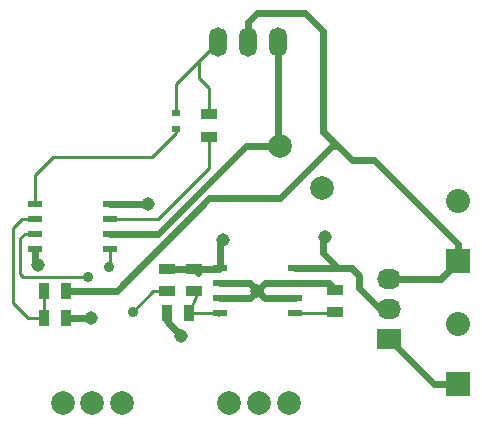
<source format=gtl>
G04 #@! TF.FileFunction,Copper,L1,Top,Signal*
%FSLAX46Y46*%
G04 Gerber Fmt 4.6, Leading zero omitted, Abs format (unit mm)*
G04 Created by KiCad (PCBNEW 0.201503020946+5465~21~ubuntu14.04.1-product) date Wed 04 Mar 2015 21:34:39 CET*
%MOMM*%
G01*
G04 APERTURE LIST*
%ADD10C,0.100000*%
%ADD11R,0.700000X0.600000*%
%ADD12O,1.501140X2.499360*%
%ADD13R,1.397000X0.889000*%
%ADD14R,0.889000X1.397000*%
%ADD15R,1.143000X0.508000*%
%ADD16R,2.032000X2.032000*%
%ADD17O,2.032000X2.032000*%
%ADD18R,2.032000X1.727200*%
%ADD19O,2.032000X1.727200*%
%ADD20C,1.998980*%
%ADD21C,2.000000*%
%ADD22C,1.143000*%
%ADD23C,0.889000*%
%ADD24C,0.609600*%
%ADD25C,0.254000*%
G04 APERTURE END LIST*
D10*
D11*
X110744000Y-64451000D03*
X110744000Y-65851000D03*
D12*
X116840000Y-58420000D03*
X114300000Y-58420000D03*
X119380000Y-58420000D03*
D13*
X113538000Y-64579500D03*
X113538000Y-66484500D03*
X109982000Y-77660500D03*
X109982000Y-79565500D03*
D14*
X101409500Y-79502000D03*
X99504500Y-79502000D03*
X99504500Y-81788000D03*
X101409500Y-81788000D03*
D13*
X112268000Y-77660500D03*
X112268000Y-79565500D03*
X124206000Y-81343500D03*
X124206000Y-79438500D03*
D14*
X111823500Y-81407000D03*
X109918500Y-81407000D03*
D15*
X105156000Y-72136000D03*
X105156000Y-73406000D03*
X105156000Y-74676000D03*
X105156000Y-75946000D03*
X98806000Y-75946000D03*
X98806000Y-74676000D03*
X98806000Y-73406000D03*
X98806000Y-72136000D03*
X120777000Y-77597000D03*
X120777000Y-78867000D03*
X120777000Y-80137000D03*
X120777000Y-81407000D03*
X114427000Y-81407000D03*
X114427000Y-80137000D03*
X114427000Y-78867000D03*
X114427000Y-77597000D03*
D16*
X134620000Y-87439500D03*
D17*
X134620000Y-82359500D03*
D16*
X134620000Y-77025500D03*
D17*
X134620000Y-71945500D03*
D18*
X128714500Y-83566000D03*
D19*
X128714500Y-81026000D03*
X128714500Y-78486000D03*
D20*
X119517686Y-67257186D03*
X123054110Y-70793610D03*
D21*
X120229000Y-89027000D03*
X117729000Y-89027000D03*
X115229000Y-89027000D03*
X106132000Y-89027000D03*
X103632000Y-89027000D03*
X101132000Y-89027000D03*
D22*
X108331000Y-72136000D03*
X114681000Y-75184000D03*
X117602000Y-79502000D03*
X111125000Y-83312000D03*
X99060000Y-77343000D03*
X103505000Y-81788000D03*
X123317000Y-74930000D03*
D23*
X105029000Y-77470000D03*
X107061000Y-81280000D03*
X103251000Y-78359000D03*
D24*
X110109000Y-77533500D02*
X109982000Y-77660500D01*
X112585500Y-77978000D02*
X112268000Y-77660500D01*
X108331000Y-72136000D02*
X105156000Y-72136000D01*
X109982000Y-77660500D02*
X112268000Y-77660500D01*
X114363500Y-77660500D02*
X114427000Y-77597000D01*
X109982000Y-77660500D02*
X114363500Y-77660500D01*
X114427000Y-75438000D02*
X114681000Y-75184000D01*
X114427000Y-77597000D02*
X114427000Y-75438000D01*
X120777000Y-78867000D02*
X118237000Y-78867000D01*
X116967000Y-80137000D02*
X117602000Y-79502000D01*
X114427000Y-80137000D02*
X116967000Y-80137000D01*
X116967000Y-78867000D02*
X114427000Y-78867000D01*
X116967000Y-78867000D02*
X117602000Y-79502000D01*
X118237000Y-80137000D02*
X117602000Y-79502000D01*
X120777000Y-80137000D02*
X118237000Y-80137000D01*
X118237000Y-78867000D02*
X117602000Y-79502000D01*
X109918500Y-81407000D02*
X109918500Y-82105500D01*
X109918500Y-82105500D02*
X111125000Y-83312000D01*
X120777000Y-78867000D02*
X123634500Y-78867000D01*
X123634500Y-78867000D02*
X124206000Y-79438500D01*
X98806000Y-75946000D02*
X98806000Y-77089000D01*
X98806000Y-77089000D02*
X99060000Y-77343000D01*
X101409500Y-81788000D02*
X103505000Y-81788000D01*
X109918500Y-81407000D02*
X109918500Y-81978500D01*
X120751600Y-78841600D02*
X120777000Y-78867000D01*
X124460000Y-77597000D02*
X120777000Y-77597000D01*
X125603000Y-77597000D02*
X124460000Y-77597000D01*
X126238000Y-78232000D02*
X125603000Y-77597000D01*
X126238000Y-79248000D02*
X126238000Y-78232000D01*
X128016000Y-81026000D02*
X126238000Y-79248000D01*
X128714500Y-81026000D02*
X128016000Y-81026000D01*
X123317000Y-74930000D02*
X123190000Y-75057000D01*
X123190000Y-75057000D02*
X123190000Y-76327000D01*
X123190000Y-76327000D02*
X124460000Y-77597000D01*
D25*
X113538000Y-64579500D02*
X113538000Y-62357000D01*
X112649000Y-61468000D02*
X112649000Y-60071000D01*
X113538000Y-62357000D02*
X112649000Y-61468000D01*
X110744000Y-61976000D02*
X112649000Y-60071000D01*
X112649000Y-60071000D02*
X114300000Y-58420000D01*
X110744000Y-64451000D02*
X110744000Y-61976000D01*
X110744000Y-65851000D02*
X110744000Y-66040000D01*
X110744000Y-66167000D02*
X108712000Y-68199000D01*
X108712000Y-68199000D02*
X100330000Y-68199000D01*
X100330000Y-68199000D02*
X98806000Y-69723000D01*
X98806000Y-69723000D02*
X98806000Y-72136000D01*
X110744000Y-65851000D02*
X110744000Y-66167000D01*
D24*
X132588000Y-87439500D02*
X128714500Y-83566000D01*
X134620000Y-87439500D02*
X132588000Y-87439500D01*
X134620000Y-77025500D02*
X134620000Y-75565000D01*
X116840000Y-56769000D02*
X116840000Y-58420000D01*
X117602000Y-56007000D02*
X116840000Y-56769000D01*
X121666000Y-56007000D02*
X117602000Y-56007000D01*
X123190000Y-57531000D02*
X121666000Y-56007000D01*
X123190000Y-66040000D02*
X123190000Y-57531000D01*
X125603000Y-68453000D02*
X124637800Y-67487800D01*
X124079000Y-66929000D02*
X123190000Y-66040000D01*
X127508000Y-68453000D02*
X125603000Y-68453000D01*
X134620000Y-75565000D02*
X127508000Y-68453000D01*
X133159500Y-78486000D02*
X134620000Y-77025500D01*
X128714500Y-78486000D02*
X133159500Y-78486000D01*
X124399040Y-67249040D02*
X123949460Y-67249040D01*
X124637800Y-67487800D02*
X124399040Y-67249040D01*
X124399040Y-67249040D02*
X124079000Y-66929000D01*
X105687170Y-79502000D02*
X102463600Y-79502000D01*
X113497670Y-71691500D02*
X105687170Y-79502000D01*
X119507000Y-71691500D02*
X113497670Y-71691500D01*
X102463600Y-79502000D02*
X101409500Y-79502000D01*
X123949460Y-67249040D02*
X119507000Y-71691500D01*
X119380000Y-67119500D02*
X119517686Y-67257186D01*
X119380000Y-58420000D02*
X119380000Y-67119500D01*
X116638814Y-67257186D02*
X109220000Y-74676000D01*
X109220000Y-74676000D02*
X105156000Y-74676000D01*
X119517686Y-67257186D02*
X116638814Y-67257186D01*
D25*
X109220000Y-73406000D02*
X113538000Y-69088000D01*
X113538000Y-69088000D02*
X113538000Y-66484500D01*
X105156000Y-73406000D02*
X109220000Y-73406000D01*
X114300000Y-81534000D02*
X114427000Y-81407000D01*
X112458500Y-79756000D02*
X112268000Y-79565500D01*
X111823500Y-81407000D02*
X114427000Y-81407000D01*
X112458500Y-79756000D02*
X112268000Y-79565500D01*
X111823500Y-81407000D02*
X112458500Y-79756000D01*
X120777000Y-81407000D02*
X124142500Y-81407000D01*
X124142500Y-81407000D02*
X124206000Y-81343500D01*
X120840500Y-81343500D02*
X120777000Y-81407000D01*
X105029000Y-77470000D02*
X105156000Y-77343000D01*
X105156000Y-77343000D02*
X105156000Y-75946000D01*
X108775500Y-79565500D02*
X107061000Y-81280000D01*
X109982000Y-79565500D02*
X108775500Y-79565500D01*
X98806000Y-74676000D02*
X97917000Y-74676000D01*
X97790000Y-78359000D02*
X103251000Y-78359000D01*
X97536000Y-78105000D02*
X97790000Y-78359000D01*
X97536000Y-75057000D02*
X97536000Y-78105000D01*
X97917000Y-74676000D02*
X97536000Y-75057000D01*
X98806000Y-74676000D02*
X98425000Y-74676000D01*
X99631500Y-81661000D02*
X99504500Y-81788000D01*
X98171000Y-81788000D02*
X96901000Y-80518000D01*
X96901000Y-80518000D02*
X96901000Y-74168000D01*
X96901000Y-74168000D02*
X97663000Y-73406000D01*
X97663000Y-73406000D02*
X98806000Y-73406000D01*
X99504500Y-81788000D02*
X98171000Y-81788000D01*
X99504500Y-79502000D02*
X99504500Y-81788000D01*
M02*

</source>
